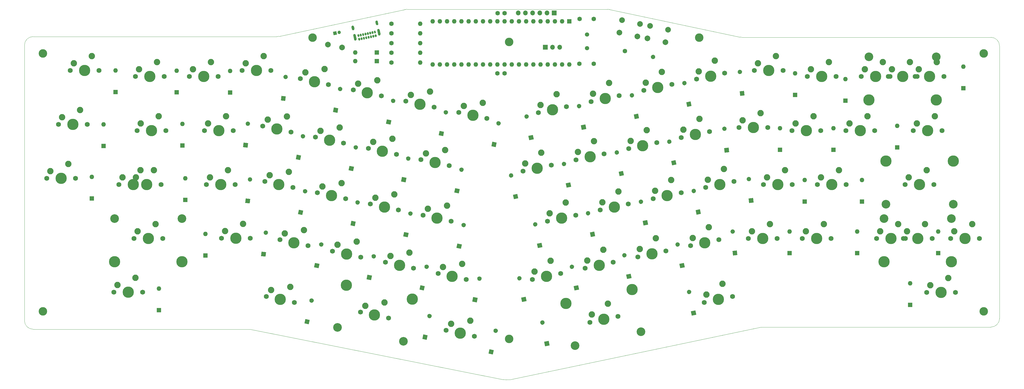
<source format=gbr>
%TF.GenerationSoftware,KiCad,Pcbnew,(5.1.7)-1*%
%TF.CreationDate,2021-01-21T21:16:41-08:00*%
%TF.ProjectId,sesame,73657361-6d65-42e6-9b69-6361645f7063,rev?*%
%TF.SameCoordinates,Original*%
%TF.FileFunction,Soldermask,Bot*%
%TF.FilePolarity,Negative*%
%FSLAX46Y46*%
G04 Gerber Fmt 4.6, Leading zero omitted, Abs format (unit mm)*
G04 Created by KiCad (PCBNEW (5.1.7)-1) date 2021-01-21 21:16:41*
%MOMM*%
%LPD*%
G01*
G04 APERTURE LIST*
%TA.AperFunction,Profile*%
%ADD10C,0.050000*%
%TD*%
%ADD11C,3.000000*%
%ADD12C,1.200000*%
%ADD13C,0.100000*%
%ADD14C,2.250000*%
%ADD15C,3.987800*%
%ADD16C,1.750000*%
%ADD17O,1.700000X1.700000*%
%ADD18R,1.700000X1.700000*%
%ADD19C,3.048000*%
%ADD20O,1.600000X1.600000*%
%ADD21R,1.600000X1.600000*%
%ADD22C,1.500000*%
%ADD23C,2.000000*%
%ADD24C,1.600000*%
G04 APERTURE END LIST*
D10*
X43688000Y-178562000D02*
G75*
G02*
X40640000Y-175514000I0J3048000D01*
G01*
X212136488Y-196378544D02*
G75*
G02*
X209804001Y-196341999I-1062488J6640544D01*
G01*
X385064000Y-174752000D02*
G75*
G02*
X382016000Y-177800000I-3048000J0D01*
G01*
X382016000Y-75438000D02*
G75*
G02*
X385064000Y-78486000I0J-3048000D01*
G01*
X293392751Y-75346994D02*
G75*
G03*
X294132000Y-75438000I739249J2956994D01*
G01*
X247435982Y-65639400D02*
G75*
G03*
X246634000Y-65532000I-801982J-2940600D01*
G01*
X174966018Y-65639400D02*
G75*
G02*
X175768000Y-65532000I801982J-2940600D01*
G01*
X130533249Y-75092994D02*
G75*
G02*
X129794000Y-75184000I-739249J2956994D01*
G01*
X40640000Y-78232000D02*
G75*
G02*
X43688000Y-75184000I3048000J0D01*
G01*
X130533249Y-75092994D02*
X174966018Y-65639400D01*
X43688000Y-75184000D02*
X129794000Y-75184000D01*
X40640000Y-175514000D02*
X40640000Y-78232000D01*
X120396000Y-178562000D02*
X43688000Y-178562000D01*
X209804001Y-196341999D02*
X120396000Y-178562000D01*
X300736000Y-177800000D02*
X212136488Y-196378544D01*
X382016000Y-177800000D02*
X300736000Y-177800000D01*
X385064000Y-78486000D02*
X385064000Y-174752000D01*
X294132000Y-75438000D02*
X382016000Y-75438000D01*
X247435982Y-65639400D02*
X293392751Y-75346994D01*
X175768000Y-65532000D02*
X246634000Y-65532000D01*
D11*
%TO.C,REF\u002A\u002A*%
X278955500Y-75565000D03*
%TD*%
D12*
%TO.C,C1*%
X151771721Y-73665632D03*
D13*
G36*
X149842358Y-74689136D02*
G01*
X149592864Y-73515358D01*
X150766642Y-73265864D01*
X151016136Y-74439642D01*
X149842358Y-74689136D01*
G37*
%TD*%
D14*
%TO.C,MX23*%
X189214686Y-115256606D03*
D15*
X185674000Y-119697500D03*
D14*
X182475353Y-116420862D03*
D16*
X180705010Y-118641309D03*
X190642990Y-120753691D03*
%TD*%
D17*
%TO.C,AVR1*%
X215011000Y-66865500D03*
X217551000Y-66865500D03*
X220091000Y-66865500D03*
X222631000Y-66865500D03*
X225171000Y-66865500D03*
D18*
X227711000Y-66865500D03*
%TD*%
D11*
%TO.C,REF\u002A\u002A*%
X142430500Y-75565000D03*
%TD*%
D14*
%TO.C,MX61*%
X358711500Y-141414500D03*
D15*
X356171500Y-146494500D03*
D14*
X352361500Y-143954500D03*
D16*
X351091500Y-146494500D03*
X361251500Y-146494500D03*
D19*
X344265250Y-139509500D03*
X368077750Y-139509500D03*
D15*
X344265250Y-154749500D03*
X368077750Y-154749500D03*
%TD*%
D14*
%TO.C,MX59*%
X349250000Y-141414500D03*
D15*
X346710000Y-146494500D03*
D14*
X342900000Y-143954500D03*
D16*
X341630000Y-146494500D03*
X351790000Y-146494500D03*
%TD*%
D14*
%TO.C,MX31*%
X362204000Y-103314500D03*
D15*
X359664000Y-108394500D03*
D14*
X355854000Y-105854500D03*
D16*
X354584000Y-108394500D03*
X364744000Y-108394500D03*
%TD*%
D14*
%TO.C,MX15*%
X353377500Y-84201000D03*
D15*
X350837500Y-89281000D03*
D14*
X347027500Y-86741000D03*
D16*
X345757500Y-89281000D03*
X355917500Y-89281000D03*
D19*
X338931250Y-82296000D03*
X362743750Y-82296000D03*
D15*
X338931250Y-97536000D03*
X362743750Y-97536000D03*
%TD*%
D14*
%TO.C,MX33*%
X86360000Y-122364500D03*
D15*
X83820000Y-127444500D03*
D14*
X80010000Y-124904500D03*
D16*
X78740000Y-127444500D03*
X88900000Y-127444500D03*
%TD*%
D14*
%TO.C,MX18*%
X88011000Y-103314500D03*
D15*
X85471000Y-108394500D03*
D14*
X81661000Y-105854500D03*
D16*
X80391000Y-108394500D03*
X90551000Y-108394500D03*
%TD*%
D14*
%TO.C,MX69*%
X81610200Y-122377200D03*
D15*
X79070200Y-127457200D03*
D14*
X75260200Y-124917200D03*
D16*
X73990200Y-127457200D03*
X84150200Y-127457200D03*
%TD*%
D20*
%TO.C,D60*%
X334772000Y-144018000D03*
D21*
X334772000Y-151638000D03*
%TD*%
D20*
%TO.C,U1*%
X233045000Y-85026500D03*
X184785000Y-69786500D03*
X230505000Y-85026500D03*
X187325000Y-69786500D03*
X227965000Y-85026500D03*
X189865000Y-69786500D03*
X225425000Y-85026500D03*
X192405000Y-69786500D03*
X222885000Y-85026500D03*
X194945000Y-69786500D03*
X220345000Y-85026500D03*
X197485000Y-69786500D03*
X217805000Y-85026500D03*
X200025000Y-69786500D03*
X215265000Y-85026500D03*
X202565000Y-69786500D03*
X212725000Y-85026500D03*
X205105000Y-69786500D03*
X210185000Y-85026500D03*
X207645000Y-69786500D03*
X207645000Y-85026500D03*
X210185000Y-69786500D03*
X205105000Y-85026500D03*
X212725000Y-69786500D03*
X202565000Y-85026500D03*
X215265000Y-69786500D03*
X200025000Y-85026500D03*
X217805000Y-69786500D03*
X197485000Y-85026500D03*
X220345000Y-69786500D03*
X194945000Y-85026500D03*
X222885000Y-69786500D03*
X192405000Y-85026500D03*
X225425000Y-69786500D03*
X189865000Y-85026500D03*
X227965000Y-69786500D03*
X187325000Y-85026500D03*
X230505000Y-69786500D03*
X184785000Y-85026500D03*
D21*
X233045000Y-69786500D03*
%TD*%
D14*
%TO.C,MX5*%
X146606186Y-86681606D03*
D15*
X143065500Y-91122500D03*
D14*
X139866853Y-87845862D03*
D16*
X138096510Y-90066309D03*
X148034490Y-92178691D03*
%TD*%
D11*
%TO.C,REF\u002A\u002A*%
X211836000Y-181991000D03*
%TD*%
%TO.C,REF\u002A\u002A*%
X379476000Y-172212000D03*
%TD*%
%TO.C,REF\u002A\u002A*%
X379476000Y-81153000D03*
%TD*%
%TO.C,REF\u002A\u002A*%
X47117000Y-81153000D03*
%TD*%
%TO.C,REF\u002A\u002A*%
X47117000Y-172212000D03*
%TD*%
%TO.C,REF\u002A\u002A*%
X211836000Y-77089000D03*
%TD*%
D22*
%TO.C,XTAL1*%
X239331500Y-79302000D03*
X239331500Y-74422000D03*
%TD*%
D14*
%TO.C,MX24*%
X223170304Y-116168914D03*
D15*
X221742000Y-121666000D03*
D14*
X217487162Y-119973649D03*
D16*
X216773010Y-122722191D03*
X226710990Y-120609809D03*
%TD*%
D14*
%TO.C,MX28*%
X300672500Y-102235000D03*
D15*
X298132500Y-107315000D03*
D14*
X294322500Y-104775000D03*
D16*
X293052500Y-107315000D03*
X303212500Y-107315000D03*
%TD*%
D14*
%TO.C,MX66*%
X246728804Y-169572414D03*
D15*
X245300500Y-175069500D03*
D14*
X241045662Y-173377149D03*
D16*
X240331510Y-176125691D03*
X250269490Y-174013309D03*
D19*
X235106693Y-184377310D03*
X258398833Y-179426412D03*
D15*
X231938119Y-169470340D03*
X255230259Y-164519443D03*
%TD*%
D14*
%TO.C,MX65*%
X198104686Y-175518106D03*
D15*
X194564000Y-179959000D03*
D14*
X191365353Y-176682362D03*
D16*
X189595010Y-178902809D03*
X199532990Y-181015191D03*
%TD*%
D14*
%TO.C,MX64*%
X167815186Y-169104606D03*
D15*
X164274500Y-173545500D03*
D14*
X161075853Y-170268862D03*
D16*
X159305510Y-172489309D03*
X169243490Y-174601691D03*
D19*
X151176167Y-177902412D03*
X174468307Y-182853310D03*
D15*
X154344741Y-162995443D03*
X177636881Y-167946340D03*
%TD*%
D14*
%TO.C,MX46*%
X359346500Y-122364500D03*
D15*
X356806500Y-127444500D03*
D14*
X352996500Y-124904500D03*
D16*
X351726500Y-127444500D03*
X361886500Y-127444500D03*
D19*
X344900250Y-134429500D03*
X368712750Y-134429500D03*
D15*
X344900250Y-119189500D03*
X368712750Y-119189500D03*
%TD*%
D14*
%TO.C,MX47*%
X86931500Y-141414500D03*
D15*
X84391500Y-146494500D03*
D14*
X80581500Y-143954500D03*
D16*
X79311500Y-146494500D03*
X89471500Y-146494500D03*
D19*
X72485250Y-139509500D03*
X96297750Y-139509500D03*
D15*
X72485250Y-154749500D03*
X96297750Y-154749500D03*
%TD*%
D14*
%TO.C,MX16*%
X362839000Y-84201000D03*
D15*
X360299000Y-89281000D03*
D14*
X356489000Y-86741000D03*
D16*
X355219000Y-89281000D03*
X365379000Y-89281000D03*
%TD*%
D14*
%TO.C,MX45*%
X343789000Y-84201000D03*
D15*
X341249000Y-89281000D03*
D14*
X337439000Y-86741000D03*
D16*
X336169000Y-89281000D03*
X346329000Y-89281000D03*
%TD*%
D14*
%TO.C,MX68*%
X366966500Y-160464500D03*
D15*
X364426500Y-165544500D03*
D14*
X360616500Y-163004500D03*
D16*
X359346500Y-165544500D03*
X369506500Y-165544500D03*
%TD*%
D14*
%TO.C,MX67*%
X287178304Y-162523914D03*
D15*
X285750000Y-168021000D03*
D14*
X281495162Y-166328649D03*
D16*
X280781010Y-169077191D03*
X290718990Y-166964809D03*
%TD*%
D14*
%TO.C,MX63*%
X134541186Y-163580106D03*
D15*
X131000500Y-168021000D03*
D14*
X127801853Y-164744362D03*
D16*
X126031510Y-166964809D03*
X135969490Y-169077191D03*
%TD*%
D14*
%TO.C,MX62*%
X79819500Y-160401000D03*
D15*
X77279500Y-165481000D03*
D14*
X73469500Y-162941000D03*
D16*
X72199500Y-165481000D03*
X82359500Y-165481000D03*
%TD*%
D14*
%TO.C,MX60*%
X375412000Y-141414500D03*
D15*
X372872000Y-146494500D03*
D14*
X369062000Y-143954500D03*
D16*
X367792000Y-146494500D03*
X377952000Y-146494500D03*
%TD*%
D14*
%TO.C,MX58*%
X323024500Y-141414500D03*
D15*
X320484500Y-146494500D03*
D14*
X316674500Y-143954500D03*
D16*
X315404500Y-146494500D03*
X325564500Y-146494500D03*
%TD*%
D14*
%TO.C,MX57*%
X303974500Y-141414500D03*
D15*
X301434500Y-146494500D03*
D14*
X297624500Y-143954500D03*
D16*
X296354500Y-146494500D03*
X306514500Y-146494500D03*
%TD*%
D14*
%TO.C,MX56*%
X282352304Y-142521414D03*
D15*
X280924000Y-148018500D03*
D14*
X276669162Y-146326149D03*
D16*
X275955010Y-149074691D03*
X285892990Y-146962309D03*
%TD*%
D14*
%TO.C,MX55*%
X263683304Y-146458414D03*
D15*
X262255000Y-151955500D03*
D14*
X258000162Y-150263149D03*
D16*
X257286010Y-153011691D03*
X267223990Y-150899309D03*
%TD*%
D14*
%TO.C,MX54*%
X245077804Y-150458914D03*
D15*
X243649500Y-155956000D03*
D14*
X239394662Y-154263649D03*
D16*
X238680510Y-157012191D03*
X248618490Y-154899809D03*
%TD*%
D14*
%TO.C,MX53*%
X226472304Y-154395914D03*
D15*
X225044000Y-159893000D03*
D14*
X220789162Y-158200649D03*
D16*
X220075010Y-160949191D03*
X230012990Y-158836809D03*
%TD*%
D14*
%TO.C,MX52*%
X195247186Y-155452106D03*
D15*
X191706500Y-159893000D03*
D14*
X188507853Y-156616362D03*
D16*
X186737510Y-158836809D03*
X196675490Y-160949191D03*
%TD*%
D14*
%TO.C,MX51*%
X176641686Y-151515106D03*
D15*
X173101000Y-155956000D03*
D14*
X169902353Y-152679362D03*
D16*
X168132010Y-154899809D03*
X178069990Y-157012191D03*
%TD*%
D14*
%TO.C,MX50*%
X157972686Y-147578106D03*
D15*
X154432000Y-152019000D03*
D14*
X151233353Y-148742362D03*
D16*
X149463010Y-150962809D03*
X159400990Y-153075191D03*
%TD*%
D14*
%TO.C,MX49*%
X139367186Y-143577606D03*
D15*
X135826500Y-148018500D03*
D14*
X132627853Y-144741862D03*
D16*
X130857510Y-146962309D03*
X140795490Y-149074691D03*
%TD*%
D14*
%TO.C,MX48*%
X117856000Y-141351000D03*
D15*
X115316000Y-146431000D03*
D14*
X111506000Y-143891000D03*
D16*
X110236000Y-146431000D03*
X120396000Y-146431000D03*
%TD*%
D14*
%TO.C,MX44*%
X328358500Y-122364500D03*
D15*
X325818500Y-127444500D03*
D14*
X322008500Y-124904500D03*
D16*
X320738500Y-127444500D03*
X330898500Y-127444500D03*
%TD*%
D14*
%TO.C,MX43*%
X309308500Y-122364500D03*
D15*
X306768500Y-127444500D03*
D14*
X302958500Y-124904500D03*
D16*
X301688500Y-127444500D03*
X311848500Y-127444500D03*
%TD*%
D14*
%TO.C,MX42*%
X287686304Y-121947414D03*
D15*
X286258000Y-127444500D03*
D14*
X282003162Y-125752149D03*
D16*
X281289010Y-128500691D03*
X291226990Y-126388309D03*
%TD*%
D14*
%TO.C,MX41*%
X269080804Y-125884414D03*
D15*
X267652500Y-131381500D03*
D14*
X263397662Y-129689149D03*
D16*
X262683510Y-132437691D03*
X272621490Y-130325309D03*
%TD*%
D14*
%TO.C,MX40*%
X250411804Y-129884914D03*
D15*
X248983500Y-135382000D03*
D14*
X244728662Y-133689649D03*
D16*
X244014510Y-136438191D03*
X253952490Y-134325809D03*
%TD*%
D14*
%TO.C,MX39*%
X231806304Y-133821914D03*
D15*
X230378000Y-139319000D03*
D14*
X226123162Y-137626649D03*
D16*
X225409010Y-140375191D03*
X235346990Y-138262809D03*
%TD*%
D14*
%TO.C,MX38*%
X189913186Y-134878106D03*
D15*
X186372500Y-139319000D03*
D14*
X183173853Y-136042362D03*
D16*
X181403510Y-138262809D03*
X191341490Y-140375191D03*
%TD*%
D14*
%TO.C,MX37*%
X171307686Y-130941106D03*
D15*
X167767000Y-135382000D03*
D14*
X164568353Y-132105362D03*
D16*
X162798010Y-134325809D03*
X172735990Y-136438191D03*
%TD*%
D14*
%TO.C,MX36*%
X152638686Y-126940606D03*
D15*
X149098000Y-131381500D03*
D14*
X145899353Y-128104862D03*
D16*
X144129010Y-130325309D03*
X154066990Y-132437691D03*
%TD*%
D14*
%TO.C,MX35*%
X134033186Y-123003606D03*
D15*
X130492500Y-127444500D03*
D14*
X127293853Y-124167862D03*
D16*
X125523510Y-126388309D03*
X135461490Y-128500691D03*
%TD*%
D14*
%TO.C,MX34*%
X112522000Y-122364500D03*
D15*
X109982000Y-127444500D03*
D14*
X106172000Y-124904500D03*
D16*
X104902000Y-127444500D03*
X115062000Y-127444500D03*
%TD*%
D14*
%TO.C,MX32*%
X56134000Y-120205500D03*
D15*
X53594000Y-125285500D03*
D14*
X49784000Y-122745500D03*
D16*
X48514000Y-125285500D03*
X58674000Y-125285500D03*
%TD*%
D14*
%TO.C,MX30*%
X338391500Y-103314500D03*
D15*
X335851500Y-108394500D03*
D14*
X332041500Y-105854500D03*
D16*
X330771500Y-108394500D03*
X340931500Y-108394500D03*
%TD*%
D14*
%TO.C,MX29*%
X319341500Y-103314500D03*
D15*
X316801500Y-108394500D03*
D14*
X312991500Y-105854500D03*
D16*
X311721500Y-108394500D03*
X321881500Y-108394500D03*
%TD*%
D14*
%TO.C,MX27*%
X279050304Y-104294414D03*
D15*
X277622000Y-109791500D03*
D14*
X273367162Y-108099149D03*
D16*
X272653010Y-110847691D03*
X282590990Y-108735309D03*
%TD*%
D14*
%TO.C,MX26*%
X260444804Y-108231414D03*
D15*
X259016500Y-113728500D03*
D14*
X254761662Y-112036149D03*
D16*
X254047510Y-114784691D03*
X263985490Y-112672309D03*
%TD*%
D14*
%TO.C,MX25*%
X241839304Y-112168414D03*
D15*
X240411000Y-117665500D03*
D14*
X236156162Y-115973149D03*
D16*
X235442010Y-118721691D03*
X245379990Y-116609309D03*
%TD*%
D14*
%TO.C,MX22*%
X170609186Y-111256106D03*
D15*
X167068500Y-115697000D03*
D14*
X163869853Y-112420362D03*
D16*
X162099510Y-114640809D03*
X172037490Y-116753191D03*
%TD*%
D14*
%TO.C,MX21*%
X151940186Y-107319106D03*
D15*
X148399500Y-111760000D03*
D14*
X145200853Y-108483362D03*
D16*
X143430510Y-110703809D03*
X153368490Y-112816191D03*
%TD*%
D14*
%TO.C,MX20*%
X133334686Y-103382106D03*
D15*
X129794000Y-107823000D03*
D14*
X126595353Y-104546362D03*
D16*
X124825010Y-106766809D03*
X134762990Y-108879191D03*
%TD*%
D14*
%TO.C,MX19*%
X111823500Y-103314500D03*
D15*
X109283500Y-108394500D03*
D14*
X105473500Y-105854500D03*
D16*
X104203500Y-108394500D03*
X114363500Y-108394500D03*
%TD*%
D14*
%TO.C,MX17*%
X60261500Y-101155500D03*
D15*
X57721500Y-106235500D03*
D14*
X53911500Y-103695500D03*
D16*
X52641500Y-106235500D03*
X62801500Y-106235500D03*
%TD*%
D14*
%TO.C,MX14*%
X324739000Y-84201000D03*
D15*
X322199000Y-89281000D03*
D14*
X318389000Y-86741000D03*
D16*
X317119000Y-89281000D03*
X327279000Y-89281000D03*
%TD*%
D14*
%TO.C,MX13*%
X306070000Y-82105500D03*
D15*
X303530000Y-87185500D03*
D14*
X299720000Y-84645500D03*
D16*
X298450000Y-87185500D03*
X308610000Y-87185500D03*
%TD*%
D14*
%TO.C,MX12*%
X284447804Y-83656914D03*
D15*
X283019500Y-89154000D03*
D14*
X278764662Y-87461649D03*
D16*
X278050510Y-90210191D03*
X287988490Y-88097809D03*
%TD*%
D14*
%TO.C,MX11*%
X265778804Y-87657414D03*
D15*
X264350500Y-93154500D03*
D14*
X260095662Y-91462149D03*
D16*
X259381510Y-94210691D03*
X269319490Y-92098309D03*
%TD*%
D14*
%TO.C,MX10*%
X247173304Y-91594414D03*
D15*
X245745000Y-97091500D03*
D14*
X241490162Y-95399149D03*
D16*
X240776010Y-98147691D03*
X250713990Y-96035309D03*
%TD*%
D14*
%TO.C,MX9*%
X228567804Y-95531414D03*
D15*
X227139500Y-101028500D03*
D14*
X222884662Y-99336149D03*
D16*
X222170510Y-102084691D03*
X232108490Y-99972309D03*
%TD*%
D14*
%TO.C,MX8*%
X202549686Y-98556106D03*
D15*
X199009000Y-102997000D03*
D14*
X195810353Y-99720362D03*
D16*
X194040010Y-101940809D03*
X203977990Y-104053191D03*
%TD*%
D14*
%TO.C,MX7*%
X183880686Y-94619106D03*
D15*
X180340000Y-99060000D03*
D14*
X177141353Y-95783362D03*
D16*
X175371010Y-98003809D03*
X185308990Y-100116191D03*
%TD*%
D14*
%TO.C,MX6*%
X165275186Y-90618606D03*
D15*
X161734500Y-95059500D03*
D14*
X158535853Y-91782862D03*
D16*
X156765510Y-94003309D03*
X166703490Y-96115691D03*
%TD*%
D14*
%TO.C,MX4*%
X125095000Y-82105500D03*
D15*
X122555000Y-87185500D03*
D14*
X118745000Y-84645500D03*
D16*
X117475000Y-87185500D03*
X127635000Y-87185500D03*
%TD*%
D14*
%TO.C,MX3*%
X106521250Y-84201000D03*
D15*
X103981250Y-89281000D03*
D14*
X100171250Y-86741000D03*
D16*
X98901250Y-89281000D03*
X109061250Y-89281000D03*
%TD*%
D14*
%TO.C,MX2*%
X87471250Y-84201000D03*
D15*
X84931250Y-89281000D03*
D14*
X81121250Y-86741000D03*
D16*
X79851250Y-89281000D03*
X90011250Y-89281000D03*
%TD*%
D14*
%TO.C,MX1*%
X64389000Y-82105500D03*
D15*
X61849000Y-87185500D03*
D14*
X58039000Y-84645500D03*
D16*
X56769000Y-87185500D03*
X66929000Y-87185500D03*
%TD*%
%TO.C,USB1*%
G36*
G01*
X163324913Y-74995366D02*
X163397683Y-75337718D01*
G75*
G02*
X163147356Y-75723187I-317898J-67571D01*
G01*
X163147356Y-75723187D01*
G75*
G02*
X162761887Y-75472860I-67571J317898D01*
G01*
X162689117Y-75130508D01*
G75*
G02*
X162939444Y-74745039I317898J67571D01*
G01*
X162939444Y-74745039D01*
G75*
G02*
X163324913Y-74995366I67571J-317898D01*
G01*
G37*
G36*
G01*
X164987763Y-74641916D02*
X165060533Y-74984268D01*
G75*
G02*
X164810206Y-75369737I-317898J-67571D01*
G01*
X164810206Y-75369737D01*
G75*
G02*
X164424737Y-75119410I-67571J317898D01*
G01*
X164351967Y-74777058D01*
G75*
G02*
X164602294Y-74391589I317898J67571D01*
G01*
X164602294Y-74391589D01*
G75*
G02*
X164987763Y-74641916I67571J-317898D01*
G01*
G37*
G36*
G01*
X164156338Y-74818641D02*
X164229108Y-75160993D01*
G75*
G02*
X163978781Y-75546462I-317898J-67571D01*
G01*
X163978781Y-75546462D01*
G75*
G02*
X163593312Y-75296135I-67571J317898D01*
G01*
X163520542Y-74953783D01*
G75*
G02*
X163770869Y-74568314I317898J67571D01*
G01*
X163770869Y-74568314D01*
G75*
G02*
X164156338Y-74818641I67571J-317898D01*
G01*
G37*
G36*
G01*
X162493487Y-75172091D02*
X162566257Y-75514443D01*
G75*
G02*
X162315930Y-75899912I-317898J-67571D01*
G01*
X162315930Y-75899912D01*
G75*
G02*
X161930461Y-75649585I-67571J317898D01*
G01*
X161857691Y-75307233D01*
G75*
G02*
X162108018Y-74921764I317898J67571D01*
G01*
X162108018Y-74921764D01*
G75*
G02*
X162493487Y-75172091I67571J-317898D01*
G01*
G37*
G36*
G01*
X161662062Y-75348816D02*
X161734832Y-75691168D01*
G75*
G02*
X161484505Y-76076637I-317898J-67571D01*
G01*
X161484505Y-76076637D01*
G75*
G02*
X161099036Y-75826310I-67571J317898D01*
G01*
X161026266Y-75483958D01*
G75*
G02*
X161276593Y-75098489I317898J67571D01*
G01*
X161276593Y-75098489D01*
G75*
G02*
X161662062Y-75348816I67571J-317898D01*
G01*
G37*
G36*
G01*
X160830636Y-75525541D02*
X160903406Y-75867893D01*
G75*
G02*
X160653079Y-76253362I-317898J-67571D01*
G01*
X160653079Y-76253362D01*
G75*
G02*
X160267610Y-76003035I-67571J317898D01*
G01*
X160194840Y-75660683D01*
G75*
G02*
X160445167Y-75275214I317898J67571D01*
G01*
X160445167Y-75275214D01*
G75*
G02*
X160830636Y-75525541I67571J-317898D01*
G01*
G37*
G36*
G01*
X159999211Y-75702266D02*
X160071981Y-76044618D01*
G75*
G02*
X159821654Y-76430087I-317898J-67571D01*
G01*
X159821654Y-76430087D01*
G75*
G02*
X159436185Y-76179760I-67571J317898D01*
G01*
X159363415Y-75837408D01*
G75*
G02*
X159613742Y-75451939I317898J67571D01*
G01*
X159613742Y-75451939D01*
G75*
G02*
X159999211Y-75702266I67571J-317898D01*
G01*
G37*
G36*
G01*
X159167785Y-75878991D02*
X159240555Y-76221343D01*
G75*
G02*
X158990228Y-76606812I-317898J-67571D01*
G01*
X158990228Y-76606812D01*
G75*
G02*
X158604759Y-76356485I-67571J317898D01*
G01*
X158531989Y-76014133D01*
G75*
G02*
X158782316Y-75628664I317898J67571D01*
G01*
X158782316Y-75628664D01*
G75*
G02*
X159167785Y-75878991I67571J-317898D01*
G01*
G37*
G36*
G01*
X164712280Y-73345871D02*
X164785050Y-73688223D01*
G75*
G02*
X164534723Y-74073692I-317898J-67571D01*
G01*
X164534723Y-74073692D01*
G75*
G02*
X164149254Y-73823365I-67571J317898D01*
G01*
X164076484Y-73481013D01*
G75*
G02*
X164326811Y-73095544I317898J67571D01*
G01*
X164326811Y-73095544D01*
G75*
G02*
X164712280Y-73345871I67571J-317898D01*
G01*
G37*
G36*
G01*
X163875964Y-73523635D02*
X163948734Y-73865987D01*
G75*
G02*
X163698407Y-74251456I-317898J-67571D01*
G01*
X163698407Y-74251456D01*
G75*
G02*
X163312938Y-74001129I-67571J317898D01*
G01*
X163240168Y-73658777D01*
G75*
G02*
X163490495Y-73273308I317898J67571D01*
G01*
X163490495Y-73273308D01*
G75*
G02*
X163875964Y-73523635I67571J-317898D01*
G01*
G37*
G36*
G01*
X163044539Y-73700360D02*
X163117309Y-74042712D01*
G75*
G02*
X162866982Y-74428181I-317898J-67571D01*
G01*
X162866982Y-74428181D01*
G75*
G02*
X162481513Y-74177854I-67571J317898D01*
G01*
X162408743Y-73835502D01*
G75*
G02*
X162659070Y-73450033I317898J67571D01*
G01*
X162659070Y-73450033D01*
G75*
G02*
X163044539Y-73700360I67571J-317898D01*
G01*
G37*
G36*
G01*
X162213113Y-73877085D02*
X162285883Y-74219437D01*
G75*
G02*
X162035556Y-74604906I-317898J-67571D01*
G01*
X162035556Y-74604906D01*
G75*
G02*
X161650087Y-74354579I-67571J317898D01*
G01*
X161577317Y-74012227D01*
G75*
G02*
X161827644Y-73626758I317898J67571D01*
G01*
X161827644Y-73626758D01*
G75*
G02*
X162213113Y-73877085I67571J-317898D01*
G01*
G37*
G36*
G01*
X161381688Y-74053810D02*
X161454458Y-74396162D01*
G75*
G02*
X161204131Y-74781631I-317898J-67571D01*
G01*
X161204131Y-74781631D01*
G75*
G02*
X160818662Y-74531304I-67571J317898D01*
G01*
X160745892Y-74188952D01*
G75*
G02*
X160996219Y-73803483I317898J67571D01*
G01*
X160996219Y-73803483D01*
G75*
G02*
X161381688Y-74053810I67571J-317898D01*
G01*
G37*
G36*
G01*
X160550262Y-74230535D02*
X160623032Y-74572887D01*
G75*
G02*
X160372705Y-74958356I-317898J-67571D01*
G01*
X160372705Y-74958356D01*
G75*
G02*
X159987236Y-74708029I-67571J317898D01*
G01*
X159914466Y-74365677D01*
G75*
G02*
X160164793Y-73980208I317898J67571D01*
G01*
X160164793Y-73980208D01*
G75*
G02*
X160550262Y-74230535I67571J-317898D01*
G01*
G37*
G36*
G01*
X159718837Y-74407260D02*
X159791607Y-74749612D01*
G75*
G02*
X159541280Y-75135081I-317898J-67571D01*
G01*
X159541280Y-75135081D01*
G75*
G02*
X159155811Y-74884754I-67571J317898D01*
G01*
X159083041Y-74542402D01*
G75*
G02*
X159333368Y-74156933I317898J67571D01*
G01*
X159333368Y-74156933D01*
G75*
G02*
X159718837Y-74407260I67571J-317898D01*
G01*
G37*
G36*
G01*
X158887411Y-74583985D02*
X158960181Y-74926337D01*
G75*
G02*
X158709854Y-75311806I-317898J-67571D01*
G01*
X158709854Y-75311806D01*
G75*
G02*
X158324385Y-75061479I-67571J317898D01*
G01*
X158251615Y-74719127D01*
G75*
G02*
X158501942Y-74333658I317898J67571D01*
G01*
X158501942Y-74333658D01*
G75*
G02*
X158887411Y-74583985I67571J-317898D01*
G01*
G37*
G36*
G01*
X166107228Y-72814227D02*
X166419096Y-74281449D01*
G75*
G02*
X166072490Y-74815175I-440166J-93560D01*
G01*
X166072490Y-74815175D01*
G75*
G02*
X165538764Y-74468569I-93560J440166D01*
G01*
X165226896Y-73001347D01*
G75*
G02*
X165573502Y-72467621I440166J93560D01*
G01*
X165573502Y-72467621D01*
G75*
G02*
X166107228Y-72814227I93560J-440166D01*
G01*
G37*
G36*
G01*
X157646251Y-74612663D02*
X157958119Y-76079885D01*
G75*
G02*
X157611513Y-76613611I-440166J-93560D01*
G01*
X157611513Y-76613611D01*
G75*
G02*
X157077787Y-76267005I-93560J440166D01*
G01*
X156765919Y-74799783D01*
G75*
G02*
X157112525Y-74266057I440166J93560D01*
G01*
X157112525Y-74266057D01*
G75*
G02*
X157646251Y-74612663I93560J-440166D01*
G01*
G37*
G36*
G01*
X165477256Y-69850440D02*
X165643586Y-70632958D01*
G75*
G02*
X165296980Y-71166684I-440166J-93560D01*
G01*
X165296980Y-71166684D01*
G75*
G02*
X164763254Y-70820078I-93560J440166D01*
G01*
X164596924Y-70037560D01*
G75*
G02*
X164943530Y-69503834I440166J93560D01*
G01*
X164943530Y-69503834D01*
G75*
G02*
X165477256Y-69850440I93560J-440166D01*
G01*
G37*
G36*
G01*
X157016279Y-71648876D02*
X157182609Y-72431394D01*
G75*
G02*
X156836003Y-72965120I-440166J-93560D01*
G01*
X156836003Y-72965120D01*
G75*
G02*
X156302277Y-72618514I-93560J440166D01*
G01*
X156135947Y-71835996D01*
G75*
G02*
X156482553Y-71302270I440166J93560D01*
G01*
X156482553Y-71302270D01*
G75*
G02*
X157016279Y-71648876I93560J-440166D01*
G01*
G37*
%TD*%
D23*
%TO.C,Reset1*%
X267977959Y-72725426D03*
X267042357Y-77127090D03*
X261620000Y-71374000D03*
X260684397Y-75775664D03*
%TD*%
%TO.C,R6*%
G36*
G01*
X261885462Y-82210054D02*
X261885462Y-82210054D01*
G75*
G02*
X262834309Y-81593865I782518J-166329D01*
G01*
X262834309Y-81593865D01*
G75*
G02*
X263450498Y-82542712I-166329J-782518D01*
G01*
X263450498Y-82542712D01*
G75*
G02*
X262501651Y-83158901I-782518J166329D01*
G01*
X262501651Y-83158901D01*
G75*
G02*
X261885462Y-82210054I166329J782518D01*
G01*
G37*
D24*
X252730000Y-80264000D03*
%TD*%
D20*
%TO.C,R5*%
X180403500Y-70612000D03*
D24*
X170243500Y-70612000D03*
%TD*%
D20*
%TO.C,R4*%
X180403500Y-74041000D03*
D24*
X170243500Y-74041000D03*
%TD*%
D20*
%TO.C,R3*%
X180403500Y-80899000D03*
D24*
X170243500Y-80899000D03*
%TD*%
D20*
%TO.C,R2*%
X180403500Y-77470000D03*
D24*
X170243500Y-77470000D03*
%TD*%
D20*
%TO.C,R1*%
X180403500Y-84328000D03*
D24*
X170243500Y-84328000D03*
%TD*%
D23*
%TO.C,F1*%
X152794911Y-79043973D03*
X147828000Y-77978000D03*
%TD*%
D20*
%TO.C,D68*%
X353441000Y-162306000D03*
D21*
X353441000Y-169926000D03*
%TD*%
%TO.C,D67*%
G36*
G01*
X275569042Y-166176033D02*
X275569042Y-166176033D01*
G75*
G02*
X274620195Y-165559844I-166329J782518D01*
G01*
X274620195Y-165559844D01*
G75*
G02*
X275236384Y-164610997I782518J166329D01*
G01*
X275236384Y-164610997D01*
G75*
G02*
X276185231Y-165227186I166329J-782518D01*
G01*
X276185231Y-165227186D01*
G75*
G02*
X275569042Y-166176033I-782518J-166329D01*
G01*
G37*
D13*
G36*
X277935847Y-173463189D02*
G01*
X276370811Y-173795847D01*
X276038153Y-172230811D01*
X277603189Y-171898153D01*
X277935847Y-173463189D01*
G37*
%TD*%
%TO.C,D66*%
G36*
G01*
X223753042Y-176971033D02*
X223753042Y-176971033D01*
G75*
G02*
X222804195Y-176354844I-166329J782518D01*
G01*
X222804195Y-176354844D01*
G75*
G02*
X223420384Y-175405997I782518J166329D01*
G01*
X223420384Y-175405997D01*
G75*
G02*
X224369231Y-176022186I166329J-782518D01*
G01*
X224369231Y-176022186D01*
G75*
G02*
X223753042Y-176971033I-782518J-166329D01*
G01*
G37*
G36*
X226119847Y-184258189D02*
G01*
X224554811Y-184590847D01*
X224222153Y-183025811D01*
X225787189Y-182693153D01*
X226119847Y-184258189D01*
G37*
%TD*%
%TO.C,D65*%
G36*
G01*
X206903958Y-179892033D02*
X206903958Y-179892033D01*
G75*
G02*
X206287769Y-178943186I166329J782518D01*
G01*
X206287769Y-178943186D01*
G75*
G02*
X207236616Y-178326997I782518J-166329D01*
G01*
X207236616Y-178326997D01*
G75*
G02*
X207852805Y-179275844I-166329J-782518D01*
G01*
X207852805Y-179275844D01*
G75*
G02*
X206903958Y-179892033I-782518J166329D01*
G01*
G37*
G36*
X206102189Y-187511847D02*
G01*
X204537153Y-187179189D01*
X204869811Y-185614153D01*
X206434847Y-185946811D01*
X206102189Y-187511847D01*
G37*
%TD*%
%TO.C,D64*%
G36*
G01*
X183535958Y-174685033D02*
X183535958Y-174685033D01*
G75*
G02*
X182919769Y-173736186I166329J782518D01*
G01*
X182919769Y-173736186D01*
G75*
G02*
X183868616Y-173119997I782518J-166329D01*
G01*
X183868616Y-173119997D01*
G75*
G02*
X184484805Y-174068844I-166329J-782518D01*
G01*
X184484805Y-174068844D01*
G75*
G02*
X183535958Y-174685033I-782518J166329D01*
G01*
G37*
G36*
X182734189Y-182304847D02*
G01*
X181169153Y-181972189D01*
X181501811Y-180407153D01*
X183066847Y-180739811D01*
X182734189Y-182304847D01*
G37*
%TD*%
%TO.C,D63*%
G36*
G01*
X141879958Y-169224033D02*
X141879958Y-169224033D01*
G75*
G02*
X141263769Y-168275186I166329J782518D01*
G01*
X141263769Y-168275186D01*
G75*
G02*
X142212616Y-167658997I782518J-166329D01*
G01*
X142212616Y-167658997D01*
G75*
G02*
X142828805Y-168607844I-166329J-782518D01*
G01*
X142828805Y-168607844D01*
G75*
G02*
X141879958Y-169224033I-782518J166329D01*
G01*
G37*
G36*
X141078189Y-176843847D02*
G01*
X139513153Y-176511189D01*
X139845811Y-174946153D01*
X141410847Y-175278811D01*
X141078189Y-176843847D01*
G37*
%TD*%
D20*
%TO.C,D62*%
X88138000Y-164211000D03*
D21*
X88138000Y-171831000D03*
%TD*%
D20*
%TO.C,D61*%
X363347000Y-144018000D03*
D21*
X363347000Y-151638000D03*
%TD*%
D20*
%TO.C,D59*%
X310896000Y-144018000D03*
D21*
X310896000Y-151638000D03*
%TD*%
%TO.C,D58*%
G36*
G01*
X290879116Y-144855361D02*
X290879116Y-144855361D01*
G75*
G02*
X289999875Y-144143366I-83623J795618D01*
G01*
X289999875Y-144143366D01*
G75*
G02*
X290711870Y-143264125I795618J83623D01*
G01*
X290711870Y-143264125D01*
G75*
G02*
X291591111Y-143976120I83623J-795618D01*
G01*
X291591111Y-143976120D01*
G75*
G02*
X290879116Y-144855361I-795618J-83623D01*
G01*
G37*
D13*
G36*
X292471240Y-152349995D02*
G01*
X290880005Y-152517240D01*
X290712760Y-150926005D01*
X292303995Y-150758760D01*
X292471240Y-152349995D01*
G37*
%TD*%
%TO.C,D57*%
G36*
G01*
X271505042Y-149412033D02*
X271505042Y-149412033D01*
G75*
G02*
X270556195Y-148795844I-166329J782518D01*
G01*
X270556195Y-148795844D01*
G75*
G02*
X271172384Y-147846997I782518J166329D01*
G01*
X271172384Y-147846997D01*
G75*
G02*
X272121231Y-148463186I166329J-782518D01*
G01*
X272121231Y-148463186D01*
G75*
G02*
X271505042Y-149412033I-782518J-166329D01*
G01*
G37*
G36*
X273871847Y-156699189D02*
G01*
X272306811Y-157031847D01*
X271974153Y-155466811D01*
X273539189Y-155134153D01*
X273871847Y-156699189D01*
G37*
%TD*%
%TO.C,D56*%
G36*
G01*
X252709042Y-153222033D02*
X252709042Y-153222033D01*
G75*
G02*
X251760195Y-152605844I-166329J782518D01*
G01*
X251760195Y-152605844D01*
G75*
G02*
X252376384Y-151656997I782518J166329D01*
G01*
X252376384Y-151656997D01*
G75*
G02*
X253325231Y-152273186I166329J-782518D01*
G01*
X253325231Y-152273186D01*
G75*
G02*
X252709042Y-153222033I-782518J-166329D01*
G01*
G37*
G36*
X255075847Y-160509189D02*
G01*
X253510811Y-160841847D01*
X253178153Y-159276811D01*
X254743189Y-158944153D01*
X255075847Y-160509189D01*
G37*
%TD*%
%TO.C,D55*%
G36*
G01*
X234167042Y-157286033D02*
X234167042Y-157286033D01*
G75*
G02*
X233218195Y-156669844I-166329J782518D01*
G01*
X233218195Y-156669844D01*
G75*
G02*
X233834384Y-155720997I782518J166329D01*
G01*
X233834384Y-155720997D01*
G75*
G02*
X234783231Y-156337186I166329J-782518D01*
G01*
X234783231Y-156337186D01*
G75*
G02*
X234167042Y-157286033I-782518J-166329D01*
G01*
G37*
G36*
X236533847Y-164573189D02*
G01*
X234968811Y-164905847D01*
X234636153Y-163340811D01*
X236201189Y-163008153D01*
X236533847Y-164573189D01*
G37*
%TD*%
%TO.C,D54*%
G36*
G01*
X215625042Y-161350033D02*
X215625042Y-161350033D01*
G75*
G02*
X214676195Y-160733844I-166329J782518D01*
G01*
X214676195Y-160733844D01*
G75*
G02*
X215292384Y-159784997I782518J166329D01*
G01*
X215292384Y-159784997D01*
G75*
G02*
X216241231Y-160401186I166329J-782518D01*
G01*
X216241231Y-160401186D01*
G75*
G02*
X215625042Y-161350033I-782518J-166329D01*
G01*
G37*
G36*
X217991847Y-168637189D02*
G01*
X216426811Y-168969847D01*
X216094153Y-167404811D01*
X217659189Y-167072153D01*
X217991847Y-168637189D01*
G37*
%TD*%
%TO.C,D53*%
G36*
G01*
X201188958Y-161477033D02*
X201188958Y-161477033D01*
G75*
G02*
X200572769Y-160528186I166329J782518D01*
G01*
X200572769Y-160528186D01*
G75*
G02*
X201521616Y-159911997I782518J-166329D01*
G01*
X201521616Y-159911997D01*
G75*
G02*
X202137805Y-160860844I-166329J-782518D01*
G01*
X202137805Y-160860844D01*
G75*
G02*
X201188958Y-161477033I-782518J166329D01*
G01*
G37*
G36*
X200387189Y-169096847D02*
G01*
X198822153Y-168764189D01*
X199154811Y-167199153D01*
X200719847Y-167531811D01*
X200387189Y-169096847D01*
G37*
%TD*%
%TO.C,D52*%
G36*
G01*
X182519958Y-157286033D02*
X182519958Y-157286033D01*
G75*
G02*
X181903769Y-156337186I166329J782518D01*
G01*
X181903769Y-156337186D01*
G75*
G02*
X182852616Y-155720997I782518J-166329D01*
G01*
X182852616Y-155720997D01*
G75*
G02*
X183468805Y-156669844I-166329J-782518D01*
G01*
X183468805Y-156669844D01*
G75*
G02*
X182519958Y-157286033I-782518J166329D01*
G01*
G37*
G36*
X181718189Y-164905847D02*
G01*
X180153153Y-164573189D01*
X180485811Y-163008153D01*
X182050847Y-163340811D01*
X181718189Y-164905847D01*
G37*
%TD*%
%TO.C,D51*%
G36*
G01*
X163850958Y-153603033D02*
X163850958Y-153603033D01*
G75*
G02*
X163234769Y-152654186I166329J782518D01*
G01*
X163234769Y-152654186D01*
G75*
G02*
X164183616Y-152037997I782518J-166329D01*
G01*
X164183616Y-152037997D01*
G75*
G02*
X164799805Y-152986844I-166329J-782518D01*
G01*
X164799805Y-152986844D01*
G75*
G02*
X163850958Y-153603033I-782518J166329D01*
G01*
G37*
G36*
X163049189Y-161222847D02*
G01*
X161484153Y-160890189D01*
X161816811Y-159325153D01*
X163381847Y-159657811D01*
X163049189Y-161222847D01*
G37*
%TD*%
%TO.C,D50*%
G36*
G01*
X145308958Y-149412033D02*
X145308958Y-149412033D01*
G75*
G02*
X144692769Y-148463186I166329J782518D01*
G01*
X144692769Y-148463186D01*
G75*
G02*
X145641616Y-147846997I782518J-166329D01*
G01*
X145641616Y-147846997D01*
G75*
G02*
X146257805Y-148795844I-166329J-782518D01*
G01*
X146257805Y-148795844D01*
G75*
G02*
X145308958Y-149412033I-782518J166329D01*
G01*
G37*
G36*
X144507189Y-157031847D02*
G01*
X142942153Y-156699189D01*
X143274811Y-155134153D01*
X144839847Y-155466811D01*
X144507189Y-157031847D01*
G37*
%TD*%
%TO.C,D49*%
G36*
G01*
X125807884Y-145236361D02*
X125807884Y-145236361D01*
G75*
G02*
X125095889Y-144357120I83623J795618D01*
G01*
X125095889Y-144357120D01*
G75*
G02*
X125975130Y-143645125I795618J-83623D01*
G01*
X125975130Y-143645125D01*
G75*
G02*
X126687125Y-144524366I-83623J-795618D01*
G01*
X126687125Y-144524366D01*
G75*
G02*
X125807884Y-145236361I-795618J83623D01*
G01*
G37*
G36*
X125806995Y-152898240D02*
G01*
X124215760Y-152730995D01*
X124383005Y-151139760D01*
X125974240Y-151307005D01*
X125806995Y-152898240D01*
G37*
%TD*%
D20*
%TO.C,D48*%
X104521000Y-144907000D03*
D21*
X104521000Y-152527000D03*
%TD*%
D20*
%TO.C,D47*%
X336423000Y-125857000D03*
D21*
X336423000Y-133477000D03*
%TD*%
D20*
%TO.C,D45*%
X316230000Y-125857000D03*
D21*
X316230000Y-133477000D03*
%TD*%
%TO.C,D44*%
G36*
G01*
X296594116Y-126313361D02*
X296594116Y-126313361D01*
G75*
G02*
X295714875Y-125601366I-83623J795618D01*
G01*
X295714875Y-125601366D01*
G75*
G02*
X296426870Y-124722125I795618J83623D01*
G01*
X296426870Y-124722125D01*
G75*
G02*
X297306111Y-125434120I83623J-795618D01*
G01*
X297306111Y-125434120D01*
G75*
G02*
X296594116Y-126313361I-795618J-83623D01*
G01*
G37*
D13*
G36*
X298186240Y-133807995D02*
G01*
X296595005Y-133975240D01*
X296427760Y-132384005D01*
X298018995Y-132216760D01*
X298186240Y-133807995D01*
G37*
%TD*%
%TO.C,D43*%
G36*
G01*
X277220042Y-130489033D02*
X277220042Y-130489033D01*
G75*
G02*
X276271195Y-129872844I-166329J782518D01*
G01*
X276271195Y-129872844D01*
G75*
G02*
X276887384Y-128923997I782518J166329D01*
G01*
X276887384Y-128923997D01*
G75*
G02*
X277836231Y-129540186I166329J-782518D01*
G01*
X277836231Y-129540186D01*
G75*
G02*
X277220042Y-130489033I-782518J-166329D01*
G01*
G37*
G36*
X279586847Y-137776189D02*
G01*
X278021811Y-138108847D01*
X277689153Y-136543811D01*
X279254189Y-136211153D01*
X279586847Y-137776189D01*
G37*
%TD*%
%TO.C,D42*%
G36*
G01*
X258551042Y-134299033D02*
X258551042Y-134299033D01*
G75*
G02*
X257602195Y-133682844I-166329J782518D01*
G01*
X257602195Y-133682844D01*
G75*
G02*
X258218384Y-132733997I782518J166329D01*
G01*
X258218384Y-132733997D01*
G75*
G02*
X259167231Y-133350186I166329J-782518D01*
G01*
X259167231Y-133350186D01*
G75*
G02*
X258551042Y-134299033I-782518J-166329D01*
G01*
G37*
G36*
X260917847Y-141586189D02*
G01*
X259352811Y-141918847D01*
X259020153Y-140353811D01*
X260585189Y-140021153D01*
X260917847Y-141586189D01*
G37*
%TD*%
%TO.C,D41*%
G36*
G01*
X239882042Y-138363033D02*
X239882042Y-138363033D01*
G75*
G02*
X238933195Y-137746844I-166329J782518D01*
G01*
X238933195Y-137746844D01*
G75*
G02*
X239549384Y-136797997I782518J166329D01*
G01*
X239549384Y-136797997D01*
G75*
G02*
X240498231Y-137414186I166329J-782518D01*
G01*
X240498231Y-137414186D01*
G75*
G02*
X239882042Y-138363033I-782518J-166329D01*
G01*
G37*
G36*
X242248847Y-145650189D02*
G01*
X240683811Y-145982847D01*
X240351153Y-144417811D01*
X241916189Y-144085153D01*
X242248847Y-145650189D01*
G37*
%TD*%
%TO.C,D40*%
G36*
G01*
X221213042Y-142300033D02*
X221213042Y-142300033D01*
G75*
G02*
X220264195Y-141683844I-166329J782518D01*
G01*
X220264195Y-141683844D01*
G75*
G02*
X220880384Y-140734997I782518J166329D01*
G01*
X220880384Y-140734997D01*
G75*
G02*
X221829231Y-141351186I166329J-782518D01*
G01*
X221829231Y-141351186D01*
G75*
G02*
X221213042Y-142300033I-782518J-166329D01*
G01*
G37*
G36*
X223579847Y-149587189D02*
G01*
X222014811Y-149919847D01*
X221682153Y-148354811D01*
X223247189Y-148022153D01*
X223579847Y-149587189D01*
G37*
%TD*%
%TO.C,D39*%
G36*
G01*
X195600958Y-142554033D02*
X195600958Y-142554033D01*
G75*
G02*
X194984769Y-141605186I166329J782518D01*
G01*
X194984769Y-141605186D01*
G75*
G02*
X195933616Y-140988997I782518J-166329D01*
G01*
X195933616Y-140988997D01*
G75*
G02*
X196549805Y-141937844I-166329J-782518D01*
G01*
X196549805Y-141937844D01*
G75*
G02*
X195600958Y-142554033I-782518J166329D01*
G01*
G37*
G36*
X194799189Y-150173847D02*
G01*
X193234153Y-149841189D01*
X193566811Y-148276153D01*
X195131847Y-148608811D01*
X194799189Y-150173847D01*
G37*
%TD*%
%TO.C,D38*%
G36*
G01*
X176804958Y-138490033D02*
X176804958Y-138490033D01*
G75*
G02*
X176188769Y-137541186I166329J782518D01*
G01*
X176188769Y-137541186D01*
G75*
G02*
X177137616Y-136924997I782518J-166329D01*
G01*
X177137616Y-136924997D01*
G75*
G02*
X177753805Y-137873844I-166329J-782518D01*
G01*
X177753805Y-137873844D01*
G75*
G02*
X176804958Y-138490033I-782518J166329D01*
G01*
G37*
G36*
X176003189Y-146109847D02*
G01*
X174438153Y-145777189D01*
X174770811Y-144212153D01*
X176335847Y-144544811D01*
X176003189Y-146109847D01*
G37*
%TD*%
%TO.C,D37*%
G36*
G01*
X158135958Y-134553033D02*
X158135958Y-134553033D01*
G75*
G02*
X157519769Y-133604186I166329J782518D01*
G01*
X157519769Y-133604186D01*
G75*
G02*
X158468616Y-132987997I782518J-166329D01*
G01*
X158468616Y-132987997D01*
G75*
G02*
X159084805Y-133936844I-166329J-782518D01*
G01*
X159084805Y-133936844D01*
G75*
G02*
X158135958Y-134553033I-782518J166329D01*
G01*
G37*
G36*
X157334189Y-142172847D02*
G01*
X155769153Y-141840189D01*
X156101811Y-140275153D01*
X157666847Y-140607811D01*
X157334189Y-142172847D01*
G37*
%TD*%
%TO.C,D36*%
G36*
G01*
X139593958Y-130616033D02*
X139593958Y-130616033D01*
G75*
G02*
X138977769Y-129667186I166329J782518D01*
G01*
X138977769Y-129667186D01*
G75*
G02*
X139926616Y-129050997I782518J-166329D01*
G01*
X139926616Y-129050997D01*
G75*
G02*
X140542805Y-129999844I-166329J-782518D01*
G01*
X140542805Y-129999844D01*
G75*
G02*
X139593958Y-130616033I-782518J166329D01*
G01*
G37*
G36*
X138792189Y-138235847D02*
G01*
X137227153Y-137903189D01*
X137559811Y-136338153D01*
X139124847Y-136670811D01*
X138792189Y-138235847D01*
G37*
%TD*%
%TO.C,D35*%
G36*
G01*
X120219884Y-126440361D02*
X120219884Y-126440361D01*
G75*
G02*
X119507889Y-125561120I83623J795618D01*
G01*
X119507889Y-125561120D01*
G75*
G02*
X120387130Y-124849125I795618J-83623D01*
G01*
X120387130Y-124849125D01*
G75*
G02*
X121099125Y-125728366I-83623J-795618D01*
G01*
X121099125Y-125728366D01*
G75*
G02*
X120219884Y-126440361I-795618J83623D01*
G01*
G37*
G36*
X120218995Y-134102240D02*
G01*
X118627760Y-133934995D01*
X118795005Y-132343760D01*
X120386240Y-132511005D01*
X120218995Y-134102240D01*
G37*
%TD*%
D20*
%TO.C,D34*%
X97409000Y-125222000D03*
D21*
X97409000Y-132842000D03*
%TD*%
D20*
%TO.C,D33*%
X64389000Y-124714000D03*
D21*
X64389000Y-132334000D03*
%TD*%
D20*
%TO.C,D32*%
X348869000Y-106680000D03*
D21*
X348869000Y-114300000D03*
%TD*%
D20*
%TO.C,D31*%
X326390000Y-107569000D03*
D21*
X326390000Y-115189000D03*
%TD*%
D20*
%TO.C,D30*%
X307467000Y-107569000D03*
D21*
X307467000Y-115189000D03*
%TD*%
%TO.C,D29*%
G36*
G01*
X287958116Y-108533361D02*
X287958116Y-108533361D01*
G75*
G02*
X287078875Y-107821366I-83623J795618D01*
G01*
X287078875Y-107821366D01*
G75*
G02*
X287790870Y-106942125I795618J83623D01*
G01*
X287790870Y-106942125D01*
G75*
G02*
X288670111Y-107654120I83623J-795618D01*
G01*
X288670111Y-107654120D01*
G75*
G02*
X287958116Y-108533361I-795618J-83623D01*
G01*
G37*
D13*
G36*
X289550240Y-116027995D02*
G01*
X287959005Y-116195240D01*
X287791760Y-114604005D01*
X289382995Y-114436760D01*
X289550240Y-116027995D01*
G37*
%TD*%
%TO.C,D28*%
G36*
G01*
X268584042Y-113090033D02*
X268584042Y-113090033D01*
G75*
G02*
X267635195Y-112473844I-166329J782518D01*
G01*
X267635195Y-112473844D01*
G75*
G02*
X268251384Y-111524997I782518J166329D01*
G01*
X268251384Y-111524997D01*
G75*
G02*
X269200231Y-112141186I166329J-782518D01*
G01*
X269200231Y-112141186D01*
G75*
G02*
X268584042Y-113090033I-782518J-166329D01*
G01*
G37*
G36*
X270950847Y-120377189D02*
G01*
X269385811Y-120709847D01*
X269053153Y-119144811D01*
X270618189Y-118812153D01*
X270950847Y-120377189D01*
G37*
%TD*%
%TO.C,D27*%
G36*
G01*
X250042042Y-116900033D02*
X250042042Y-116900033D01*
G75*
G02*
X249093195Y-116283844I-166329J782518D01*
G01*
X249093195Y-116283844D01*
G75*
G02*
X249709384Y-115334997I782518J166329D01*
G01*
X249709384Y-115334997D01*
G75*
G02*
X250658231Y-115951186I166329J-782518D01*
G01*
X250658231Y-115951186D01*
G75*
G02*
X250042042Y-116900033I-782518J-166329D01*
G01*
G37*
G36*
X252408847Y-124187189D02*
G01*
X250843811Y-124519847D01*
X250511153Y-122954811D01*
X252076189Y-122622153D01*
X252408847Y-124187189D01*
G37*
%TD*%
%TO.C,D26*%
G36*
G01*
X231373042Y-120964033D02*
X231373042Y-120964033D01*
G75*
G02*
X230424195Y-120347844I-166329J782518D01*
G01*
X230424195Y-120347844D01*
G75*
G02*
X231040384Y-119398997I782518J166329D01*
G01*
X231040384Y-119398997D01*
G75*
G02*
X231989231Y-120015186I166329J-782518D01*
G01*
X231989231Y-120015186D01*
G75*
G02*
X231373042Y-120964033I-782518J-166329D01*
G01*
G37*
G36*
X233739847Y-128251189D02*
G01*
X232174811Y-128583847D01*
X231842153Y-127018811D01*
X233407189Y-126686153D01*
X233739847Y-128251189D01*
G37*
%TD*%
%TO.C,D25*%
G36*
G01*
X212704042Y-125028033D02*
X212704042Y-125028033D01*
G75*
G02*
X211755195Y-124411844I-166329J782518D01*
G01*
X211755195Y-124411844D01*
G75*
G02*
X212371384Y-123462997I782518J166329D01*
G01*
X212371384Y-123462997D01*
G75*
G02*
X213320231Y-124079186I166329J-782518D01*
G01*
X213320231Y-124079186D01*
G75*
G02*
X212704042Y-125028033I-782518J-166329D01*
G01*
G37*
G36*
X215070847Y-132315189D02*
G01*
X213505811Y-132647847D01*
X213173153Y-131082811D01*
X214738189Y-130750153D01*
X215070847Y-132315189D01*
G37*
%TD*%
%TO.C,D24*%
G36*
G01*
X194838958Y-122996033D02*
X194838958Y-122996033D01*
G75*
G02*
X194222769Y-122047186I166329J782518D01*
G01*
X194222769Y-122047186D01*
G75*
G02*
X195171616Y-121430997I782518J-166329D01*
G01*
X195171616Y-121430997D01*
G75*
G02*
X195787805Y-122379844I-166329J-782518D01*
G01*
X195787805Y-122379844D01*
G75*
G02*
X194838958Y-122996033I-782518J166329D01*
G01*
G37*
G36*
X194037189Y-130615847D02*
G01*
X192472153Y-130283189D01*
X192804811Y-128718153D01*
X194369847Y-129050811D01*
X194037189Y-130615847D01*
G37*
%TD*%
%TO.C,D23*%
G36*
G01*
X176042958Y-119059033D02*
X176042958Y-119059033D01*
G75*
G02*
X175426769Y-118110186I166329J782518D01*
G01*
X175426769Y-118110186D01*
G75*
G02*
X176375616Y-117493997I782518J-166329D01*
G01*
X176375616Y-117493997D01*
G75*
G02*
X176991805Y-118442844I-166329J-782518D01*
G01*
X176991805Y-118442844D01*
G75*
G02*
X176042958Y-119059033I-782518J166329D01*
G01*
G37*
G36*
X175241189Y-126678847D02*
G01*
X173676153Y-126346189D01*
X174008811Y-124781153D01*
X175573847Y-125113811D01*
X175241189Y-126678847D01*
G37*
%TD*%
%TO.C,D22*%
G36*
G01*
X157500958Y-115122033D02*
X157500958Y-115122033D01*
G75*
G02*
X156884769Y-114173186I166329J782518D01*
G01*
X156884769Y-114173186D01*
G75*
G02*
X157833616Y-113556997I782518J-166329D01*
G01*
X157833616Y-113556997D01*
G75*
G02*
X158449805Y-114505844I-166329J-782518D01*
G01*
X158449805Y-114505844D01*
G75*
G02*
X157500958Y-115122033I-782518J166329D01*
G01*
G37*
G36*
X156699189Y-122741847D02*
G01*
X155134153Y-122409189D01*
X155466811Y-120844153D01*
X157031847Y-121176811D01*
X156699189Y-122741847D01*
G37*
%TD*%
%TO.C,D21*%
G36*
G01*
X138831958Y-111185033D02*
X138831958Y-111185033D01*
G75*
G02*
X138215769Y-110236186I166329J782518D01*
G01*
X138215769Y-110236186D01*
G75*
G02*
X139164616Y-109619997I782518J-166329D01*
G01*
X139164616Y-109619997D01*
G75*
G02*
X139780805Y-110568844I-166329J-782518D01*
G01*
X139780805Y-110568844D01*
G75*
G02*
X138831958Y-111185033I-782518J166329D01*
G01*
G37*
G36*
X138030189Y-118804847D02*
G01*
X136465153Y-118472189D01*
X136797811Y-116907153D01*
X138362847Y-117239811D01*
X138030189Y-118804847D01*
G37*
%TD*%
%TO.C,D20*%
G36*
G01*
X119457884Y-106755361D02*
X119457884Y-106755361D01*
G75*
G02*
X118745889Y-105876120I83623J795618D01*
G01*
X118745889Y-105876120D01*
G75*
G02*
X119625130Y-105164125I795618J-83623D01*
G01*
X119625130Y-105164125D01*
G75*
G02*
X120337125Y-106043366I-83623J-795618D01*
G01*
X120337125Y-106043366D01*
G75*
G02*
X119457884Y-106755361I-795618J83623D01*
G01*
G37*
G36*
X119456995Y-114417240D02*
G01*
X117865760Y-114249995D01*
X118033005Y-112658760D01*
X119624240Y-112826005D01*
X119456995Y-114417240D01*
G37*
%TD*%
D20*
%TO.C,D19*%
X96393000Y-106045000D03*
D21*
X96393000Y-113665000D03*
%TD*%
D20*
%TO.C,D18*%
X68580000Y-106172000D03*
D21*
X68580000Y-113792000D03*
%TD*%
D20*
%TO.C,D17*%
X372237000Y-85788500D03*
D21*
X372237000Y-93408500D03*
%TD*%
D20*
%TO.C,D46*%
X330581000Y-90170000D03*
D21*
X330581000Y-97790000D03*
%TD*%
D20*
%TO.C,D16*%
X312864500Y-88138000D03*
D21*
X312864500Y-95758000D03*
%TD*%
%TO.C,D15*%
G36*
G01*
X293419116Y-88467361D02*
X293419116Y-88467361D01*
G75*
G02*
X292539875Y-87755366I-83623J795618D01*
G01*
X292539875Y-87755366D01*
G75*
G02*
X293251870Y-86876125I795618J83623D01*
G01*
X293251870Y-86876125D01*
G75*
G02*
X294131111Y-87588120I83623J-795618D01*
G01*
X294131111Y-87588120D01*
G75*
G02*
X293419116Y-88467361I-795618J-83623D01*
G01*
G37*
D13*
G36*
X295011240Y-95961995D02*
G01*
X293420005Y-96129240D01*
X293252760Y-94538005D01*
X294843995Y-94370760D01*
X295011240Y-95961995D01*
G37*
%TD*%
%TO.C,D14*%
G36*
G01*
X273918042Y-92389033D02*
X273918042Y-92389033D01*
G75*
G02*
X272969195Y-91772844I-166329J782518D01*
G01*
X272969195Y-91772844D01*
G75*
G02*
X273585384Y-90823997I782518J166329D01*
G01*
X273585384Y-90823997D01*
G75*
G02*
X274534231Y-91440186I166329J-782518D01*
G01*
X274534231Y-91440186D01*
G75*
G02*
X273918042Y-92389033I-782518J-166329D01*
G01*
G37*
G36*
X276284847Y-99676189D02*
G01*
X274719811Y-100008847D01*
X274387153Y-98443811D01*
X275952189Y-98111153D01*
X276284847Y-99676189D01*
G37*
%TD*%
%TO.C,D13*%
G36*
G01*
X255376042Y-96707033D02*
X255376042Y-96707033D01*
G75*
G02*
X254427195Y-96090844I-166329J782518D01*
G01*
X254427195Y-96090844D01*
G75*
G02*
X255043384Y-95141997I782518J166329D01*
G01*
X255043384Y-95141997D01*
G75*
G02*
X255992231Y-95758186I166329J-782518D01*
G01*
X255992231Y-95758186D01*
G75*
G02*
X255376042Y-96707033I-782518J-166329D01*
G01*
G37*
G36*
X257742847Y-103994189D02*
G01*
X256177811Y-104326847D01*
X255845153Y-102761811D01*
X257410189Y-102429153D01*
X257742847Y-103994189D01*
G37*
%TD*%
%TO.C,D12*%
G36*
G01*
X236707042Y-100517033D02*
X236707042Y-100517033D01*
G75*
G02*
X235758195Y-99900844I-166329J782518D01*
G01*
X235758195Y-99900844D01*
G75*
G02*
X236374384Y-98951997I782518J166329D01*
G01*
X236374384Y-98951997D01*
G75*
G02*
X237323231Y-99568186I166329J-782518D01*
G01*
X237323231Y-99568186D01*
G75*
G02*
X236707042Y-100517033I-782518J-166329D01*
G01*
G37*
G36*
X239073847Y-107804189D02*
G01*
X237508811Y-108136847D01*
X237176153Y-106571811D01*
X238741189Y-106239153D01*
X239073847Y-107804189D01*
G37*
%TD*%
%TO.C,D11*%
G36*
G01*
X218165042Y-104200033D02*
X218165042Y-104200033D01*
G75*
G02*
X217216195Y-103583844I-166329J782518D01*
G01*
X217216195Y-103583844D01*
G75*
G02*
X217832384Y-102634997I782518J166329D01*
G01*
X217832384Y-102634997D01*
G75*
G02*
X218781231Y-103251186I166329J-782518D01*
G01*
X218781231Y-103251186D01*
G75*
G02*
X218165042Y-104200033I-782518J-166329D01*
G01*
G37*
G36*
X220531847Y-111487189D02*
G01*
X218966811Y-111819847D01*
X218634153Y-110254811D01*
X220199189Y-109922153D01*
X220531847Y-111487189D01*
G37*
%TD*%
%TO.C,D10*%
G36*
G01*
X207919958Y-106613033D02*
X207919958Y-106613033D01*
G75*
G02*
X207303769Y-105664186I166329J782518D01*
G01*
X207303769Y-105664186D01*
G75*
G02*
X208252616Y-105047997I782518J-166329D01*
G01*
X208252616Y-105047997D01*
G75*
G02*
X208868805Y-105996844I-166329J-782518D01*
G01*
X208868805Y-105996844D01*
G75*
G02*
X207919958Y-106613033I-782518J166329D01*
G01*
G37*
G36*
X207118189Y-114232847D02*
G01*
X205553153Y-113900189D01*
X205885811Y-112335153D01*
X207450847Y-112667811D01*
X207118189Y-114232847D01*
G37*
%TD*%
%TO.C,D9*%
G36*
G01*
X189314458Y-102739533D02*
X189314458Y-102739533D01*
G75*
G02*
X188698269Y-101790686I166329J782518D01*
G01*
X188698269Y-101790686D01*
G75*
G02*
X189647116Y-101174497I782518J-166329D01*
G01*
X189647116Y-101174497D01*
G75*
G02*
X190263305Y-102123344I-166329J-782518D01*
G01*
X190263305Y-102123344D01*
G75*
G02*
X189314458Y-102739533I-782518J166329D01*
G01*
G37*
G36*
X188512689Y-110359347D02*
G01*
X186947653Y-110026689D01*
X187280311Y-108461653D01*
X188845347Y-108794311D01*
X188512689Y-110359347D01*
G37*
%TD*%
%TO.C,D8*%
G36*
G01*
X170708958Y-98675533D02*
X170708958Y-98675533D01*
G75*
G02*
X170092769Y-97726686I166329J782518D01*
G01*
X170092769Y-97726686D01*
G75*
G02*
X171041616Y-97110497I782518J-166329D01*
G01*
X171041616Y-97110497D01*
G75*
G02*
X171657805Y-98059344I-166329J-782518D01*
G01*
X171657805Y-98059344D01*
G75*
G02*
X170708958Y-98675533I-782518J166329D01*
G01*
G37*
G36*
X169907189Y-106295347D02*
G01*
X168342153Y-105962689D01*
X168674811Y-104397653D01*
X170239847Y-104730311D01*
X169907189Y-106295347D01*
G37*
%TD*%
%TO.C,D7*%
G36*
G01*
X151976458Y-94484533D02*
X151976458Y-94484533D01*
G75*
G02*
X151360269Y-93535686I166329J782518D01*
G01*
X151360269Y-93535686D01*
G75*
G02*
X152309116Y-92919497I782518J-166329D01*
G01*
X152309116Y-92919497D01*
G75*
G02*
X152925305Y-93868344I-166329J-782518D01*
G01*
X152925305Y-93868344D01*
G75*
G02*
X151976458Y-94484533I-782518J166329D01*
G01*
G37*
G36*
X151174689Y-102104347D02*
G01*
X149609653Y-101771689D01*
X149942311Y-100206653D01*
X151507347Y-100539311D01*
X151174689Y-102104347D01*
G37*
%TD*%
%TO.C,D6*%
G36*
G01*
X132792884Y-90245361D02*
X132792884Y-90245361D01*
G75*
G02*
X132080889Y-89366120I83623J795618D01*
G01*
X132080889Y-89366120D01*
G75*
G02*
X132960130Y-88654125I795618J-83623D01*
G01*
X132960130Y-88654125D01*
G75*
G02*
X133672125Y-89533366I-83623J-795618D01*
G01*
X133672125Y-89533366D01*
G75*
G02*
X132792884Y-90245361I-795618J83623D01*
G01*
G37*
G36*
X132791995Y-97907240D02*
G01*
X131200760Y-97739995D01*
X131368005Y-96148760D01*
X132959240Y-96316005D01*
X132791995Y-97907240D01*
G37*
%TD*%
D20*
%TO.C,D5*%
X113284000Y-87312500D03*
D21*
X113284000Y-94932500D03*
%TD*%
D20*
%TO.C,D4*%
X94424500Y-87249000D03*
D21*
X94424500Y-94869000D03*
%TD*%
D20*
%TO.C,D3*%
X72834500Y-87122000D03*
D21*
X72834500Y-94742000D03*
%TD*%
D20*
%TO.C,D2*%
X157480000Y-83883500D03*
D21*
X165100000Y-83883500D03*
%TD*%
D20*
%TO.C,D1*%
X157480000Y-80772000D03*
D21*
X165100000Y-80772000D03*
%TD*%
D24*
%TO.C,C5*%
X236744500Y-68961000D03*
X241744500Y-68961000D03*
%TD*%
%TO.C,C4*%
X236681000Y-84772500D03*
X241681000Y-84772500D03*
%TD*%
%TO.C,C3*%
X210208500Y-88201500D03*
X207708500Y-88201500D03*
%TD*%
%TO.C,C2*%
X207748500Y-66929000D03*
X210248500Y-66929000D03*
%TD*%
D23*
%TO.C,Boot1*%
X258071959Y-70693426D03*
X257136357Y-75095090D03*
X251714000Y-69342000D03*
X250778397Y-73743664D03*
%TD*%
D18*
%TO.C,J1*%
X224599500Y-78930500D03*
D17*
X227139500Y-78930500D03*
X229679500Y-78930500D03*
%TD*%
M02*

</source>
